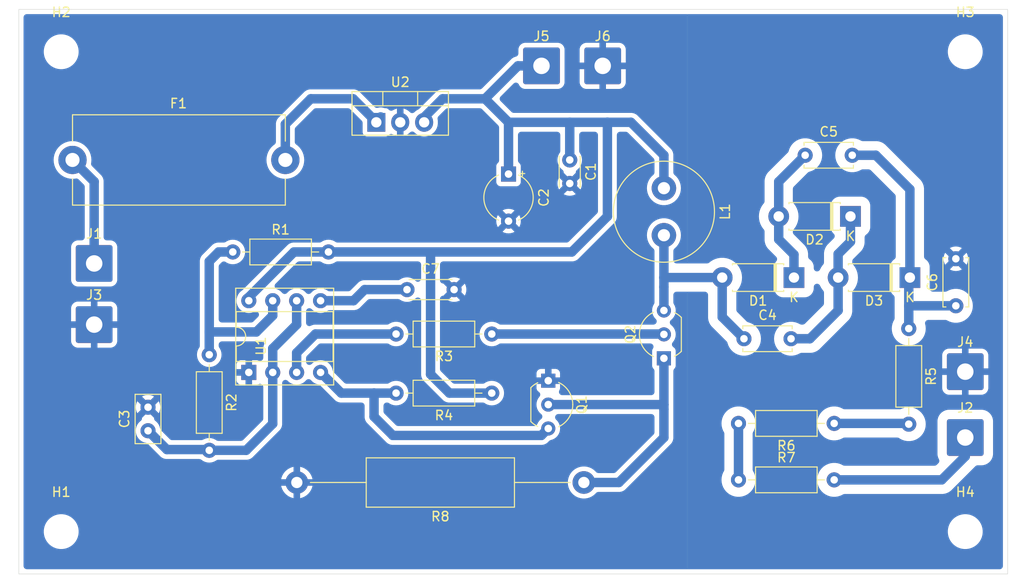
<source format=kicad_pcb>
(kicad_pcb (version 20240108) (generator "pcbnew") (generator_version "8.0")
  (layers (0 "F.Cu" signal) (31 "B.Cu" signal) (34 "B.Paste" user) (35 "F.Paste" user) (36 "B.SilkS" user "B.Silkscreen") (37 "F.SilkS" user "F.Silkscreen") (38 "B.Mask" user) (39 "F.Mask" user) (44 "Edge.Cuts" user))
  (net 0 "")
  (net 1 "GND")
  (net 2 "Net-(J5-Pin_1)")
  (net 3 "Net-(U1-THR)")
  (net 4 "Net-(D1-A)")
  (net 5 "Net-(D2-K)")
  (net 6 "Net-(D3-K)")
  (net 7 "Net-(D1-K)")
  (net 8 "Net-(U1-CV)")
  (net 9 "+5V")
  (net 10 "Net-(U2-IN)")
  (net 11 "Net-(Q1-C)")
  (net 12 "Net-(Q1-B)")
  (net 13 "Net-(Q2-B)")
  (net 14 "Net-(U1-DIS)")
  (net 15 "Net-(U1-Q)")
  (net 16 "Net-(R5-Pad2)")
  (net 17 "Net-(R6-Pad2)")
  (net 18 "Net-(J2-Pin_1)")
  (footprint "Resistor_THT:R_Axial_DIN0207_L6.3mm_D2.5mm_P10.16mm_Horizontal" (layer "F.Cu") (at 54.72 90.2 -90)
    (property "Reference" "R2" (at 5.08 -2.37 90) (layer "F.SilkS"))
    (property "Value" "33k")
    (fp_line (start 1.81 1.37) (end 8.35 1.37) (stroke (width 0.12)) (layer "F.SilkS"))
    (fp_line (start 8.35 1.37) (end 8.35 -1.37) (stroke (width 0.12)) (layer "F.SilkS"))
    (fp_line (start 1.04 0) (end 1.81 0) (stroke (width 0.12)) (layer "F.SilkS"))
    (fp_line (start 9.12 0) (end 8.35 0) (stroke (width 0.12)) (layer "F.SilkS"))
    (fp_line (start 1.81 -1.37) (end 1.81 1.37) (stroke (width 0.12)) (layer "F.SilkS"))
    (fp_line (start 8.35 -1.37) (end 1.81 -1.37) (stroke (width 0.12)) (layer "F.SilkS"))
    (pad "1" thru_hole circle (at 0 0 270) (size 1.6 1.6) (drill 0.8) (layers "*.Cu" "*.Mask") (net 14 "Net-(U1-DIS)"))
    (pad "2" thru_hole oval (at 10.16 0 270) (size 1.6 1.6) (drill 0.8) (layers "*.Cu" "*.Mask") (net 3 "Net-(U1-THR)"))
  )
  (footprint "Capacitor_THT:C_Disc_D5.0mm_W2.5mm_P5.00mm" (layer "F.Cu") (at 118 69)
    (property "Reference" "C5" (at 2.5 -2.5 0) (layer "F.SilkS"))
    (property "Value" "10nF")
    (fp_line (start -0.12 -1.37) (end -0.12 -1.055) (stroke (width 0.12)) (layer "F.SilkS"))
    (fp_line (start -0.12 -1.37) (end 5.12 -1.37) (stroke (width 0.12)) (layer "F.SilkS"))
    (fp_line (start -0.12 1.055) (end -0.12 1.37) (stroke (width 0.12)) (layer "F.SilkS"))
    (fp_line (start -0.12 1.37) (end 5.12 1.37) (stroke (width 0.12)) (layer "F.SilkS"))
    (fp_line (start 5.12 -1.37) (end 5.12 -1.055) (stroke (width 0.12)) (layer "F.SilkS"))
    (fp_line (start 5.12 1.055) (end 5.12 1.37) (stroke (width 0.12)) (layer "F.SilkS"))
    (pad "1" thru_hole circle (at 0 0) (size 1.6 1.6) (drill 0.8) (layers "*.Cu" "*.Mask") (net 7 "Net-(D1-K)"))
    (pad "2" thru_hole circle (at 5 0) (size 1.6 1.6) (drill 0.8) (layers "*.Cu" "*.Mask") (net 6 "Net-(D3-K)"))
  )
  (footprint "Resistor_THT:R_Axial_DIN0207_L6.3mm_D2.5mm_P10.16mm_Horizontal" (layer "F.Cu") (at 57.22 79.28)
    (property "Reference" "R1" (at 5.08 -2.37 0) (layer "F.SilkS"))
    (property "Value" "33k" (hide yes))
    (fp_line (start 1.04 0) (end 1.81 0) (stroke (width 0.12)) (layer "F.SilkS"))
    (fp_line (start 1.81 -1.37) (end 1.81 1.37) (stroke (width 0.12)) (layer "F.SilkS"))
    (fp_line (start 1.81 1.37) (end 8.35 1.37) (stroke (width 0.12)) (layer "F.SilkS"))
    (fp_line (start 8.35 -1.37) (end 1.81 -1.37) (stroke (width 0.12)) (layer "F.SilkS"))
    (fp_line (start 8.35 1.37) (end 8.35 -1.37) (stroke (width 0.12)) (layer "F.SilkS"))
    (fp_line (start 9.12 0) (end 8.35 0) (stroke (width 0.12)) (layer "F.SilkS"))
    (pad "1" thru_hole circle (at 0 0) (size 1.6 1.6) (drill 0.8) (layers "*.Cu" "*.Mask") (net 14 "Net-(U1-DIS)"))
    (pad "2" thru_hole oval (at 10.16 0) (size 1.6 1.6) (drill 0.8) (layers "*.Cu" "*.Mask") (net 2 "Net-(J5-Pin_1)"))
  )
  (footprint "Capacitor_THT:C_Disc_D5.0mm_W2.5mm_P5.00mm" (layer "F.Cu") (at 111.5 88.5)
    (property "Reference" "C4" (at 2.5 -2.5 0) (layer "F.SilkS"))
    (property "Value" "10nF")
    (fp_line (start -0.12 -1.37) (end -0.12 -1.055) (stroke (width 0.12)) (layer "F.SilkS"))
    (fp_line (start -0.12 -1.37) (end 5.12 -1.37) (stroke (width 0.12)) (layer "F.SilkS"))
    (fp_line (start -0.12 1.055) (end -0.12 1.37) (stroke (width 0.12)) (layer "F.SilkS"))
    (fp_line (start -0.12 1.37) (end 5.12 1.37) (stroke (width 0.12)) (layer "F.SilkS"))
    (fp_line (start 5.12 -1.37) (end 5.12 -1.055) (stroke (width 0.12)) (layer "F.SilkS"))
    (fp_line (start 5.12 1.055) (end 5.12 1.37) (stroke (width 0.12)) (layer "F.SilkS"))
    (pad "1" thru_hole circle (at 0 0) (size 1.6 1.6) (drill 0.8) (layers "*.Cu" "*.Mask") (net 4 "Net-(D1-A)"))
    (pad "2" thru_hole circle (at 5 0) (size 1.6 1.6) (drill 0.8) (layers "*.Cu" "*.Mask") (net 5 "Net-(D2-K)"))
  )
  (footprint "Resistor_THT:R_Axial_DIN0207_L6.3mm_D2.5mm_P10.16mm_Horizontal" (layer "F.Cu") (at 84.72 88 180)
    (property "Reference" "R3" (at 5.08 -2.37 0) (layer "F.SilkS"))
    (property "Value" "3k")
    (fp_line (start 9.12 0) (end 8.35 0) (stroke (width 0.12)) (layer "F.SilkS"))
    (fp_line (start 8.35 1.37) (end 8.35 -1.37) (stroke (width 0.12)) (layer "F.SilkS"))
    (fp_line (start 8.35 -1.37) (end 1.81 -1.37) (stroke (width 0.12)) (layer "F.SilkS"))
    (fp_line (start 1.81 1.37) (end 8.35 1.37) (stroke (width 0.12)) (layer "F.SilkS"))
    (fp_line (start 1.81 -1.37) (end 1.81 1.37) (stroke (width 0.12)) (layer "F.SilkS"))
    (fp_line (start 1.04 0) (end 1.81 0) (stroke (width 0.12)) (layer "F.SilkS"))
    (pad "1" thru_hole circle (at 0 0 180) (size 1.6 1.6) (drill 0.8) (layers "*.Cu" "*.Mask") (net 13 "Net-(Q2-B)"))
    (pad "2" thru_hole oval (at 10.16 0 180) (size 1.6 1.6) (drill 0.8) (layers "*.Cu" "*.Mask") (net 15 "Net-(U1-Q)"))
  )
  (footprint "Capacitor_THT:C_Disc_D5.0mm_W2.5mm_P2.50mm" (layer "F.Cu") (at 48.22 98.28 90)
    (property "Reference" "C3" (at 1.25 -2.5 90) (layer "F.SilkS"))
    (property "Value" "1nF")
    (fp_line (start 3.87 -1.37) (end 3.87 1.37) (stroke (width 0.12)) (layer "F.SilkS"))
    (fp_line (start -1.37 -1.37) (end 3.87 -1.37) (stroke (width 0.12)) (layer "F.SilkS"))
    (fp_line (start -1.37 -1.37) (end -1.37 1.37) (stroke (width 0.12)) (layer "F.SilkS"))
    (fp_line (start -1.37 1.37) (end 3.87 1.37) (stroke (width 0.12)) (layer "F.SilkS"))
    (pad "1" thru_hole circle (at 0 0 90) (size 1.6 1.6) (drill 0.8) (layers "*.Cu" "*.Mask") (net 3 "Net-(U1-THR)"))
    (pad "2" thru_hole circle (at 2.5 0 90) (size 1.6 1.6) (drill 0.8) (layers "*.Cu" "*.Mask") (net 1 "GND"))
  )
  (footprint "Diode_THT:D_DO-41_SOD81_P7.62mm_Horizontal" (layer "F.Cu") (at 122.81 75.5 180)
    (property "Reference" "D2" (at 3.81 -2.47 0) (layer "F.SilkS"))
    (property "Value" "1N4937")
    (fp_line (start 6.53 1.47) (end 6.53 1.34) (stroke (width 0.12)) (layer "F.SilkS"))
    (fp_line (start 6.53 -1.47) (end 6.53 -1.34) (stroke (width 0.12)) (layer "F.SilkS"))
    (fp_line (start 2.11 -1.47) (end 2.11 1.47) (stroke (width 0.12)) (layer "F.SilkS"))
    (fp_line (start 1.99 -1.47) (end 1.99 1.47) (stroke (width 0.12)) (layer "F.SilkS"))
    (fp_line (start 1.87 -1.47) (end 1.87 1.47) (stroke (width 0.12)) (layer "F.SilkS"))
    (fp_line (start 1.09 1.47) (end 6.53 1.47) (stroke (width 0.12)) (layer "F.SilkS"))
    (fp_line (start 1.09 1.34) (end 1.09 1.47) (stroke (width 0.12)) (layer "F.SilkS"))
    (fp_line (start 1.09 -1.34) (end 1.09 -1.47) (stroke (width 0.12)) (layer "F.SilkS"))
    (fp_line (start 1.09 -1.47) (end 6.53 -1.47) (stroke (width 0.12)) (layer "F.SilkS"))
    (fp_text user "K" (at 0 -2.1 0) (layer "F.SilkS"))
    (pad "1" thru_hole rect (at 0 0 180) (size 2.2 2.2) (drill 1.1) (layers "*.Cu" "*.Mask") (net 5 "Net-(D2-K)"))
    (pad "2" thru_hole oval (at 7.62 0 180) (size 2.2 2.2) (drill 1.1) (layers "*.Cu" "*.Mask") (net 7 "Net-(D1-K)"))
  )
  (footprint "Resistor_THT:R_Axial_DIN0207_L6.3mm_D2.5mm_P10.16mm_Horizontal" (layer "F.Cu") (at 110.92 103.5)
    (property "Reference" "R7" (at 5.08 -2.37 0) (layer "F.SilkS"))
    (property "Value" "7M5")
    (fp_line (start 1.04 0) (end 1.81 0) (stroke (width 0.12)) (layer "F.SilkS"))
    (fp_line (start 1.81 -1.37) (end 1.81 1.37) (stroke (width 0.12)) (layer "F.SilkS"))
    (fp_line (start 1.81 1.37) (end 8.35 1.37) (stroke (width 0.12)) (layer "F.SilkS"))
    (fp_line (start 8.35 -1.37) (end 1.81 -1.37) (stroke (width 0.12)) (layer "F.SilkS"))
    (fp_line (start 8.35 1.37) (end 8.35 -1.37) (stroke (width 0.12)) (layer "F.SilkS"))
    (fp_line (start 9.12 0) (end 8.35 0) (stroke (width 0.12)) (layer "F.SilkS"))
    (pad "1" thru_hole circle (at 0 0) (size 1.6 1.6) (drill 0.8) (layers "*.Cu" "*.Mask") (net 17 "Net-(R6-Pad2)"))
    (pad "2" thru_hole oval (at 10.16 0) (size 1.6 1.6) (drill 0.8) (layers "*.Cu" "*.Mask") (net 18 "Net-(J2-Pin_1)"))
  )
  (footprint "Resistor_THT:R_Axial_DIN0207_L6.3mm_D2.5mm_P10.16mm_Horizontal" (layer "F.Cu") (at 129 87.42 -90)
    (property "Reference" "R5" (at 5.08 -2.37 90) (layer "F.SilkS"))
    (property "Value" "7M5")
    (fp_line (start 1.81 1.37) (end 8.35 1.37) (stroke (width 0.12)) (layer "F.SilkS"))
    (fp_line (start 8.35 1.37) (end 8.35 -1.37) (stroke (width 0.12)) (layer "F.SilkS"))
    (fp_line (start 1.04 0) (end 1.81 0) (stroke (width 0.12)) (layer "F.SilkS"))
    (fp_line (start 9.12 0) (end 8.35 0) (stroke (width 0.12)) (layer "F.SilkS"))
    (fp_line (start 1.81 -1.37) (end 1.81 1.37) (stroke (width 0.12)) (layer "F.SilkS"))
    (fp_line (start 8.35 -1.37) (end 1.81 -1.37) (stroke (width 0.12)) (layer "F.SilkS"))
    (pad "1" thru_hole circle (at 0 0 270) (size 1.6 1.6) (drill 0.8) (layers "*.Cu" "*.Mask") (net 6 "Net-(D3-K)"))
    (pad "2" thru_hole oval (at 10.16 0 270) (size 1.6 1.6) (drill 0.8) (layers "*.Cu" "*.Mask") (net 16 "Net-(R5-Pad2)"))
  )
  (footprint "Capacitor_THT:C_Disc_D3.0mm_W2.0mm_P2.50mm" (layer "F.Cu") (at 93 69.5 -90)
    (property "Reference" "C1" (at 1.25 -2.25 90) (layer "F.SilkS"))
    (property "Value" "100nF")
    (fp_line (start -0.37 1.12) (end 2.87 1.12) (stroke (width 0.12)) (layer "F.SilkS"))
    (fp_line (start -0.37 1.055) (end -0.37 1.12) (stroke (width 0.12)) (layer "F.SilkS"))
    (fp_line (start 2.87 1.055) (end 2.87 1.12) (stroke (width 0.12)) (layer "F.SilkS"))
    (fp_line (start -0.37 -1.12) (end -0.37 -1.055) (stroke (width 0.12)) (layer "F.SilkS"))
    (fp_line (start -0.37 -1.12) (end 2.87 -1.12) (stroke (width 0.12)) (layer "F.SilkS"))
    (fp_line (start 2.87 -1.12) (end 2.87 -1.055) (stroke (width 0.12)) (layer "F.SilkS"))
    (pad "1" thru_hole circle (at 0 0 270) (size 1.6 1.6) (drill 0.8) (layers "*.Cu" "*.Mask") (net 2 "Net-(J5-Pin_1)"))
    (pad "2" thru_hole circle (at 2.5 0 270) (size 1.6 1.6) (drill 0.8) (layers "*.Cu" "*.Mask") (net 1 "GND"))
  )
  (footprint "Capacitor_THT:C_Disc_D5.0mm_W2.5mm_P5.00mm" (layer "F.Cu") (at 134 85 90)
    (property "Reference" "C6" (at 2.5 -2.5 90) (layer "F.SilkS"))
    (property "Value" "10nF")
    (fp_line (start 5.12 -1.37) (end 5.12 -1.055) (stroke (width 0.12)) (layer "F.SilkS"))
    (fp_line (start -0.12 -1.37) (end 5.12 -1.37) (stroke (width 0.12)) (layer "F.SilkS"))
    (fp_line (start -0.12 -1.37) (end -0.12 -1.055) (stroke (width 0.12)) (layer "F.SilkS"))
    (fp_line (start 5.12 1.055) (end 5.12 1.37) (stroke (width 0.12)) (layer "F.SilkS"))
    (fp_line (start -0.12 1.055) (end -0.12 1.37) (stroke (width 0.12)) (layer "F.SilkS"))
    (fp_line (start -0.12 1.37) (end 5.12 1.37) (stroke (width 0.12)) (layer "F.SilkS"))
    (pad "1" thru_hole circle (at 0 0 90) (size 1.6 1.6) (drill 0.8) (layers "*.Cu" "*.Mask") (net 6 "Net-(D3-K)"))
    (pad "2" thru_hole circle (at 5 0 90) (size 1.6 1.6) (drill 0.8) (layers "*.Cu" "*.Mask") (net 1 "GND"))
  )
  (footprint "Connector_Wire:SolderWire-1sqmm_1x01_D1.4mm_OD3.9mm" (layer "F.Cu") (at 90 59.5)
    (property "Reference" "J5" (at 0 -3.15 0) (layer "F.SilkS"))
    (property "Value" "Conn_01x01_Pin")
    (pad "1" thru_hole roundrect (at 0 0) (size 3.9 3.9) (drill 1.75) (layers "*.Cu" "*.Mask") (roundrect_rratio 0.064103) (net 2 "Net-(J5-Pin_1)"))
  )
  (footprint "Fuse:Fuseholder_Cylinder-5x20mm_Stelvio-Kontek_PTF78_Horizontal_Open" (layer "F.Cu") (at 40.2 69.5)
    (property "Reference" "F1" (at 11.25 -6 0) (layer "F.SilkS"))
    (property "Value" "Fuse")
    (fp_line (start 0 -4.8) (end 22.6 -4.8) (stroke (width 0.12)) (layer "F.SilkS"))
    (fp_line (start 0 -2) (end 0 -4.8) (stroke (width 0.12)) (layer "F.SilkS"))
    (fp_line (start 0 4.8) (end 0 2) (stroke (width 0.12)) (layer "F.SilkS"))
    (fp_line (start 0 4.8) (end 22.6 4.8) (stroke (width 0.12)) (layer "F.SilkS"))
    (fp_line (start 22.6 -2) (end 22.6 -4.8) (stroke (width 0.12)) (layer "F.SilkS"))
    (fp_line (start 22.6 4.8) (end 22.6 2) (stroke (width 0.12)) (layer "F.SilkS"))
    (pad "1" thru_hole circle (at 0 0) (size 3 3) (drill 1.5) (layers "*.Cu" "*.Mask") (net 9 "+5V"))
    (pad "2" thru_hole circle (at 22.6 0) (size 3 3) (drill 1.5) (layers "*.Cu" "*.Mask") (net 10 "Net-(U2-IN)"))
  )
  (footprint "Connector_Wire:SolderWire-1sqmm_1x01_D1.4mm_OD3.9mm" (layer "F.Cu") (at 135 92)
    (property "Reference" "J4" (at 0 -3.15 0) (layer "F.SilkS"))
    (property "Value" "Conn_01x01_Pin")
    (pad "1" thru_hole roundrect (at 0 0) (size 3.9 3.9) (drill 1.75) (layers "*.Cu" "*.Mask") (roundrect_rratio 0.064103) (net 1 "GND"))
  )
  (footprint "Connector_Wire:SolderWire-1sqmm_1x01_D1.4mm_OD3.9mm" (layer "F.Cu") (at 96.5 59.5)
    (property "Reference" "J6" (at 0 -3.15 0) (layer "F.SilkS"))
    (property "Value" "Conn_01x01_Pin")
    (pad "1" thru_hole roundrect (at 0 0) (size 3.9 3.9) (drill 1.75) (layers "*.Cu" "*.Mask") (roundrect_rratio 0.064103) (net 1 "GND"))
  )
  (footprint "Package_DIP:DIP-8_W7.62mm_Socket" (layer "F.Cu") (at 58.92 92.08 90)
    (property "Reference" "U1" (at 2.8 1.3 90) (layer "F.SilkS"))
    (property "Value" "NE555P")
    (fp_line (start 8.95 -1.39) (end -1.33 -1.39) (stroke (width 0.12)) (layer "F.SilkS"))
    (fp_line (start -1.33 -1.39) (end -1.33 9.01) (stroke (width 0.12)) (layer "F.SilkS"))
    (fp_line (start 6.46 -1.33) (end 4.81 -1.33) (stroke (width 0.12)) (layer "F.SilkS"))
    (fp_line (start 2.81 -1.33) (end 1.16 -1.33) (stroke (width 0.12)) (layer "F.SilkS"))
    (fp_line (start 1.16 -1.33) (end 1.16 8.95) (stroke (width 0.12)) (layer "F.SilkS"))
    (fp_line (start 6.46 8.95) (end 6.46 -1.33) (stroke (width 0.12)) (layer "F.SilkS"))
    (fp_line (start 1.16 8.95) (end 6.46 8.95) (stroke (width 0.12)) (layer "F.SilkS"))
    (fp_line (start 8.95 9.01) (end 8.95 -1.39) (stroke (width 0.12)) (layer "F.SilkS"))
    (fp_line (start -1.33 9.01) (end 8.95 9.01) (stroke (width 0.12)) (layer "F.SilkS"))
    (fp_arc (start 4.81 -1.33) (mid 3.81 -0.33) (end 2.81 -1.33) (stroke (width 0.12)) (layer "F.SilkS"))
    (pad "1" thru_hole rect (at 0 0 90) (size 1.6 1.6) (drill 0.8) (layers "*.Cu" "*.Mask") (net 1 "GND"))
    (pad "2" thru_hole oval (at 0 2.54 90) (size 1.6 1.6) (drill 0.8) (layers "*.Cu" "*.Mask") (net 3 "Net-(U1-THR)"))
    (pad "3" thru_hole oval (at 0 5.08 90) (size 1.6 1.6) (drill 0.8) (layers "*.Cu" "*.Mask") (net 15 "Net-(U1-Q)"))
    (pad "4" thru_hole oval (at 0 7.62 90) (size 1.6 1.6) (drill 0.8) (layers "*.Cu" "*.Mask") (net 11 "Net-(Q1-C)"))
    (pad "5" thru_hole oval (at 7.62 7.62 90) (size 1.6 1.6) (drill 0.8) (layers "*.Cu" "*.Mask") (net 8 "Net-(U1-CV)"))
    (pad "6" thru_hole oval (at 7.62 5.08 90) (size 1.6 1.6) (drill 0.8) (layers "*.Cu" "*.Mask") (net 3 "Net-(U1-THR)"))
    (pad "7" thru_hole oval (at 7.62 2.54 90) (size 1.6 1.6) (drill 0.8) (layers "*.Cu" "*.Mask") (net 14 "Net-(U1-DIS)"))
    (pad "8" thru_hole oval (at 7.62 0 90) (size 1.6 1.6) (drill 0.8) (layers "*.Cu" "*.Mask") (net 2 "Net-(J5-Pin_1)"))
  )
  (footprint "Capacitor_THT:C_Disc_D4.3mm_W1.9mm_P5.00mm" (layer "F.Cu") (at 75.72 83.28)
    (property "Reference" "C7" (at 2.5 -2.2 0) (layer "F.SilkS"))
    (property "Value" "100nF")
    (fp_line (start 0.23 -1.07) (end 0.23 -1.055) (stroke (width 0.12)) (layer "F.SilkS"))
    (fp_line (start 0.23 -1.07) (end 4.77 -1.07) (stroke (width 0.12)) (layer "F.SilkS"))
    (fp_line (start 0.23 1.055) (end 0.23 1.07) (stroke (width 0.12)) (layer "F.SilkS"))
    (fp_line (start 0.23 1.07) (end 4.77 1.07) (stroke (width 0.12)) (layer "F.SilkS"))
    (fp_line (start 4.77 -1.07) (end 4.77 -1.055) (stroke (width 0.12)) (layer "F.SilkS"))
    (fp_line (start 4.77 1.055) (end 4.77 1.07) (stroke (width 0.12)) (layer "F.SilkS"))
    (pad "1" thru_hole circle (at 0 0) (size 1.6 1.6) (drill 0.8) (layers "*.Cu" "*.Mask") (net 8 "Net-(U1-CV)"))
    (pad "2" thru_hole circle (at 5 0) (size 1.6 1.6) (drill 0.8) (layers "*.Cu" "*.Mask") (net 1 "GND"))
  )
  (footprint "Connector_Wire:SolderWire-1sqmm_1x01_D1.4mm_OD3.9mm" (layer "F.Cu") (at 42.5 80.5)
    (property "Reference" "J1" (at 0 -3.15 0) (layer "F.SilkS"))
    (property "Value" "Conn_01x01_Pin")
    (pad "1" thru_hole roundrect (at 0 0) (size 3.9 3.9) (drill 1.75) (layers "*.Cu" "*.Mask") (roundrect_rratio 0.064103) (net 9 "+5V"))
  )
  (footprint "Package_TO_SOT_THT:TO-92_Inline_Wide" (layer "F.Cu") (at 90.72 92.96 -90)
    (property "Reference" "Q1" (at 2.54 -3.56 -90) (layer "F.SilkS"))
    (property "Value" "2N3904")
    (fp_line (start 0.74 1.85) (end 4.34 1.85) (stroke (width 0.12)) (layer "F.SilkS"))
    (fp_arc (start 0.74 1.85) (mid 0.446097 1.509328) (end 0.215816 1.122795) (stroke (width 0.12)) (layer "F.SilkS"))
    (fp_arc (start 4.864184 1.122795) (mid 4.633903 1.509328) (end 4.34 1.85) (stroke (width 0.12)) (layer "F.SilkS"))
    (fp_arc (start 0.1836 -1.098807) (mid 1.143021 -2.192817) (end 2.54 -2.6) (stroke (width 0.12)) (layer "F.SilkS"))
    (fp_arc (start 2.54 -2.6) (mid 3.936979 -2.192818) (end 4.8964 -1.098807) (stroke (width 0.12)) (layer "F.SilkS"))
    (pad "1" thru_hole rect (at 0 0 270) (size 1.5 1.5) (drill 0.8) (layers "*.Cu" "*.Mask") (net 1 "GND"))
    (pad "2" thru_hole circle (at 2.54 0 270) (size 1.5 1.5) (drill 0.8) (layers "*.Cu" "*.Mask") (net 12 "Net-(Q1-B)"))
    (pad "3" thru_hole circle (at 5.08 0 270) (size 1.5 1.5) (drill 0.8) (layers "*.Cu" "*.Mask") (net 11 "Net-(Q1-C)"))
  )
  (footprint "Package_TO_SOT_THT:TO-220-3_Vertical" (layer "F.Cu") (at 72.46 65.5)
    (property "Reference" "U2" (at 2.54 -4.27 0) (layer "F.SilkS"))
    (property "Value" "L7805")
    (fp_line (start -2.58 -3.27) (end -2.58 1.371) (stroke (width 0.12)) (layer "F.SilkS"))
    (fp_line (start -2.58 -3.27) (end 7.66 -3.27) (stroke (width 0.12)) (layer "F.SilkS"))
    (fp_line (start -2.58 -1.76) (end 7.66 -1.76) (stroke (width 0.12)) (layer "F.SilkS"))
    (fp_line (start -2.58 1.371) (end 7.66 1.371) (stroke (width 0.12)) (layer "F.SilkS"))
    (fp_line (start 0.69 -3.27) (end 0.69 -1.76) (stroke (width 0.12)) (layer "F.SilkS"))
    (fp_line (start 4.391 -3.27) (end 4.391 -1.76) (stroke (width 0.12)) (layer "F.SilkS"))
    (fp_line (start 7.66 -3.27) (end 7.66 1.371) (stroke (width 0.12)) (layer "F.SilkS"))
    (pad "1" thru_hole rect (at 0 0) (size 1.905 2) (drill 1.1) (layers "*.Cu" "*.Mask") (net 10 "Net-(U2-IN)"))
    (pad "2" thru_hole oval (at 2.54 0) (size 1.905 2) (drill 1.1) (layers "*.Cu" "*.Mask") (net 1 "GND"))
    (pad "3" thru_hole oval (at 5.08 0) (size 1.905 2) (drill 1.1) (layers "*.Cu" "*.Mask") (net 2 "Net-(J5-Pin_1)"))
  )
  (footprint "MountingHole:MountingHole_3.2mm_M3" (layer "F.Cu") (at 135 109)
    (property "Reference" "H4" (at 0 -4.2 0) (layer "F.SilkS"))
    (property "Value" "MountingHole")
    (pad "" np_thru_hole circle (at 0 0) (size 3.2 3.2) (drill 3.2) (layers "*.Cu" "*.Mask"))
  )
  (footprint "MountingHole:MountingHole_3.2mm_M3" (layer "F.Cu") (at 39 109)
    (property "Reference" "H1" (at 0 -4.2 0) (layer "F.SilkS"))
    (property "Value" "MountingHole")
    (pad "" np_thru_hole circle (at 0 0) (size 3.2 3.2) (drill 3.2) (layers "*.Cu" "*.Mask"))
  )
  (footprint "Inductor_THT:L_Radial_D10.5mm_P5.00mm_Abacron_AISR-01" (layer "F.Cu") (at 103 72.5 -90)
    (property "Reference" "L1" (at 2.5 -6.5 -90) (layer "F.SilkS"))
    (property "Value" "10mH")
    (fp_circle (center 2.5 0) (end 7.87 0) (stroke (width 0.12)) (fill none) (layer "F.SilkS"))
    (pad "1" thru_hole circle (at 0 0 270) (size 2.6 2.6) (drill 1.3) (layers "*.Cu" "*.Mask") (net 2 "Net-(J5-Pin_1)"))
    (pad "2" thru_hole circle (at 5 0 270) (size 2.6 2.6) (drill 1.3) (layers "*.Cu" "*.Mask") (net 4 "Net-(D1-A)"))
  )
  (footprint "MountingHole:MountingHole_3.2mm_M3" (layer "F.Cu") (at 135 58)
    (property "Reference" "H3" (at 0 -4.2 0) (layer "F.SilkS"))
    (property "Value" "MountingHole")
    (pad "" np_thru_hole circle (at 0 0) (size 3.2 3.2) (drill 3.2) (layers "*.Cu" "*.Mask"))
  )
  (footprint "Connector_Wire:SolderWire-1sqmm_1x01_D1.4mm_OD3.9mm" (layer "F.Cu") (at 42.5 87)
    (property "Reference" "J3" (at 0 -3.15 0) (layer "F.SilkS"))
    (property "Value" "Conn_01x01_Pin")
    (pad "1" thru_hole roundrect (at 0 0) (size 3.9 3.9) (drill 1.75) (layers "*.Cu" "*.Mask") (roundrect_rratio 0.064103) (net 1 "GND"))
  )
  (footprint "Resistor_THT:R_Axial_DIN0207_L6.3mm_D2.5mm_P10.16mm_Horizontal" (layer "F.Cu") (at 84.72 94.28 180)
    (property "Reference" "R4" (at 5.08 -2.37 0) (layer "F.SilkS"))
    (property "Value" "100k")
    (fp_line (start 9.12 0) (end 8.35 0) (stroke (width 0.12)) (layer "F.SilkS"))
    (fp_line (start 8.35 1.37) (end 8.35 -1.37) (stroke (width 0.12)) (layer "F.SilkS"))
    (fp_line (start 8.35 -1.37) (end 1.81 -1.37) (stroke (width 0.12)) (layer "F.SilkS"))
    (fp_line (start 1.81 1.37) (end 8.35 1.37) (stroke (width 0.12)) (layer "F.SilkS"))
    (fp_line (start 1.81 -1.37) (end 1.81 1.37) (stroke (width 0.12)) (layer "F.SilkS"))
    (fp_line (start 1.04 0) (end 1.81 0) (stroke (width 0.12)) (layer "F.SilkS"))
    (pad "1" thru_hole circle (at 0 0 180) (size 1.6 1.6) (drill 0.8) (layers "*.Cu" "*.Mask") (net 2 "Net-(J5-Pin_1)"))
    (pad "2" thru_hole oval (at 10.16 0 180) (size 1.6 1.6) (drill 0.8) (layers "*.Cu" "*.Mask") (net 11 "Net-(Q1-C)"))
  )
  (footprint "Diode_THT:D_DO-41_SOD81_P7.62mm_Horizontal" (layer "F.Cu") (at 116.81 82 180)
    (property "Reference" "D1" (at 3.81 -2.47 0) (layer "F.SilkS"))
    (property "Value" "1N4937")
    (fp_line (start 6.53 1.47) (end 6.53 1.34) (stroke (width 0.12)) (layer "F.SilkS"))
    (fp_line (start 6.53 -1.47) (end 6.53 -1.34) (stroke (width 0.12)) (layer "F.SilkS"))
    (fp_line (start 2.11 -1.47) (end 2.11 1.47) (stroke (width 0.12)) (layer "F.SilkS"))
    (fp_line (start 1.99 -1.47) (end 1.99 1.47) (stroke (width 0.12)) (layer "F.SilkS"))
    (fp_line (start 1.87 -1.47) (end 1.87 1.47) (stroke (width 0.12)) (layer "F.SilkS"))
    (fp_line (start 1.09 1.47) (end 6.53 1.47) (stroke (width 0.12)) (layer "F.SilkS"))
    (fp_line (start 1.09 1.34) (end 1.09 1.47) (stroke (width 0.12)) (layer "F.SilkS"))
    (fp_line (start 1.09 -1.34) (end 1.09 -1.47) (stroke (width 0.12)) (layer "F.SilkS"))
    (fp_line (start 1.09 -1.47) (end 6.53 -1.47) (stroke (width 0.12)) (layer "F.SilkS"))
    (fp_text user "K" (at 0 -2.1 0) (layer "F.SilkS"))
    (pad "1" thru_hole rect (at 0 0 180) (size 2.2 2.2) (drill 1.1) (layers "*.Cu" "*.Mask") (net 7 "Net-(D1-K)"))
    (pad "2" thru_hole oval (at 7.62 0 180) (size 2.2 2.2) (drill 1.1) (layers "*.Cu" "*.Mask") (net 4 "Net-(D1-A)"))
  )
  (footprint "MountingHole:MountingHole_3.2mm_M3" (layer "F.Cu") (at 39 58)
    (property "Reference" "H2" (at 0 -4.2 0) (layer "F.SilkS"))
    (property "Value" "MountingHole")
    (pad "" np_thru_hole circle (at 0 0) (size 3.2 3.2) (drill 3.2) (layers "*.Cu" "*.Mask"))
  )
  (footprint "Diode_THT:D_DO-41_SOD81_P7.62mm_Horizontal" (layer "F.Cu") (at 129.12 82 180)
    (property "Reference" "D3" (at 3.81 -2.47 0) (layer "F.SilkS"))
    (property "Value" "1N4937")
    (fp_line (start 6.53 1.47) (end 6.53 1.34) (stroke (width 0.12)) (layer "F.SilkS"))
    (fp_line (start 6.53 -1.47) (end 6.53 -1.34) (stroke (width 0.12)) (layer "F.SilkS"))
    (fp_line (start 2.11 -1.47) (end 2.11 1.47) (stroke (width 0.12)) (layer "F.SilkS"))
    (fp_line (start 1.99 -1.47) (end 1.99 1.47) (stroke (width 0.12)) (layer "F.SilkS"))
    (fp_line (start 1.87 -1.47) (end 1.87 1.47) (stroke (width 0.12)) (layer "F.SilkS"))
    (fp_line (start 1.09 1.47) (end 6.53 1.47) (stroke (width 0.12)) (layer "F.SilkS"))
    (fp_line (start 1.09 1.34) (end 1.09 1.47) (stroke (width 0.12)) (layer "F.SilkS"))
    (fp_line (start 1.09 -1.34) (end 1.09 -1.47) (stroke (width 0.12)) (layer "F.SilkS"))
    (fp_line (start 1.09 -1.47) (end 6.53 -1.47) (stroke (width 0.12)) (layer "F.SilkS"))
    (fp_text user "K" (at 0 -2.1 0) (layer "F.SilkS"))
    (pad "1" thru_hole rect (at 0 0 180) (size 2.2 2.2) (drill 1.1) (layers "*.Cu" "*.Mask") (net 6 "Net-(D3-K)"))
    (pad "2" thru_hole oval (at 7.62 0 180) (size 2.2 2.2) (drill 1.1) (layers "*.Cu" "*.Mask") (net 5 "Net-(D2-K)"))
  )
  (footprint "Connector_Wire:SolderWire-1sqmm_1x01_D1.4mm_OD3.9mm" (layer "F.Cu") (at 135 99)
    (property "Reference" "J2" (at 0 -3.15 0) (layer "F.SilkS"))
    (property "Value" "Conn_01x01_Pin")
    (pad "1" thru_hole roundrect (at 0 0) (size 3.9 3.9) (drill 1.75) (layers "*.Cu" "*.Mask") (roundrect_rratio 0.064103) (net 18 "Net-(J2-Pin_1)"))
  )
  (footprint "Package_TO_SOT_THT:TO-92_Inline_Wide" (layer "F.Cu") (at 103 90.58 90)
    (property "Reference" "Q2" (at 2.54 -3.56 90) (layer "F.SilkS"))
    (property "Value" "MPSA42")
    (fp_line (start 0.74 1.85) (end 4.34 1.85) (stroke (width 0.12)) (layer "F.SilkS"))
    (fp_arc (start 2.54 -2.6) (mid 3.936979 -2.192818) (end 4.8964 -1.098807) (stroke (width 0.12)) (layer "F.SilkS"))
    (fp_arc (start 0.1836 -1.098807) (mid 1.143021 -2.192817) (end 2.54 -2.6) (stroke (width 0.12)) (layer "F.SilkS"))
    (fp_arc (start 4.864184 1.122795) (mid 4.633903 1.509328) (end 4.34 1.85) (stroke (width 0.12)) (layer "F.SilkS"))
    (fp_arc (start 0.74 1.85) (mid 0.446097 1.509328) (end 0.215816 1.122795) (stroke (width 0.12)) (layer "F.SilkS"))
    (pad "1" thru_hole rect (at 0 0 90) (size 1.5 1.5) (drill 0.8) (layers "*.Cu" "*.Mask") (net 12 "Net-(Q1-B)"))
    (pad "2" thru_hole circle (at 2.54 0 90) (size 1.5 1.5) (drill 0.8) (layers "*.Cu" "*.Mask") (net 13 "Net-(Q2-B)"))
    (pad "3" thru_hole circle (at 5.08 0 90) (size 1.5 1.5) (drill 0.8) (layers "*.Cu" "*.Mask") (net 4 "Net-(D1-A)"))
  )
  (footprint "Resistor_THT:R_Axial_DIN0516_L15.5mm_D5.0mm_P30.48mm_Horizontal" (layer "F.Cu") (at 94.5 103.78 180)
    (property "Reference" "R8" (at 15.24 -3.62 0) (layer "F.SilkS"))
    (property "Value" "100R")
    (fp_line (start 29.04 0) (end 23.11 0) (stroke (width 0.12)) (layer "F.SilkS"))
    (fp_line (start 23.11 2.62) (end 23.11 -2.62) (stroke (width 0.12)) (layer "F.SilkS"))
    (fp_line (start 23.11 -2.62) (end 7.37 -2.62) (stroke (width 0.12)) (layer "F.SilkS"))
    (fp_line (start 7.37 2.62) (end 23.11 2.62) (stroke (width 0.12)) (layer "F.SilkS"))
    (fp_line (start 7.37 -2.62) (end 7.37 2.62) (stroke (width 0.12)) (layer "F.SilkS"))
    (fp_line (start 1.44 0) (end 7.37 0) (stroke (width 0.12)) (layer "F.SilkS"))
    (pad "1" thru_hole circle (at 0 0 180) (size 2.4 2.4) (drill 1.2) (layers "*.Cu" "*.Mask") (net 12 "Net-(Q1-B)"))
    (pad "2" thru_hole oval (at 30.48 0 180) (size 2.4 2.4) (drill 1.2) (layers "*.Cu" "*.Mask") (net 1 "GND"))
  )
  (footprint "Capacitor_THT:CP_Radial_Tantal_D5.0mm_P5.00mm" (layer "F.Cu") (at 86.5 71 -90)
    (property "Reference" "C2" (at 2.5 -3.75 90) (layer "F.SilkS"))
    (property "Value" "100uF")
    (fp_line (start -0.304775 -1.475) (end 0.195225 -1.475) (stroke (width 0.12)) (layer "F.SilkS"))
    (fp_line (start -0.054775 -1.725) (end -0.054775 -1.225) (stroke (width 0.12)) (layer "F.SilkS"))
    (fp_arc (start 4.895997 1.06) (mid 2.5 2.62) (end 0.104003 1.06) (stroke (width 0.12)) (layer "F.SilkS"))
    (fp_arc (start 0.104003 -1.06) (mid 2.5 -2.62) (end 4.895997 -1.06) (stroke (width 0.12)) (layer "F.SilkS"))
    (pad "1" thru_hole rect (at 0 0 270) (size 1.6 1.6) (drill 0.8) (layers "*.Cu" "*.Mask") (net 2 "Net-(J5-Pin_1)"))
    (pad "2" thru_hole circle (at 5 0 270) (size 1.6 1.6) (drill 0.8) (layers "*.Cu" "*.Mask") (net 1 "GND"))
  )
  (footprint "Resistor_THT:R_Axial_DIN0207_L6.3mm_D2.5mm_P10.16mm_Horizontal" (layer "F.Cu") (at 121.08 97.5 180)
    (property "Reference" "R6" (at 5.08 -2.37 0) (layer "F.SilkS"))
    (property "Value" "7M5")
    (fp_line (start 9.12 0) (end 8.35 0) (stroke (width 0.12)) (layer "F.SilkS"))
    (fp_line (start 8.35 1.37) (end 8.35 -1.37) (stroke (width 0.12)) (layer "F.SilkS"))
    (fp_line (start 8.35 -1.37) (end 1.81 -1.37) (stroke (width 0.12)) (layer "F.SilkS"))
    (fp_line (start 1.81 1.37) (end 8.35 1.37) (stroke (width 0.12)) (layer "F.SilkS"))
    (fp_line (start 1.81 -1.37) (end 1.81 1.37) (stroke (width 0.12)) (layer "F.SilkS"))
    (fp_line (start 1.04 0) (end 1.81 0) (stroke (width 0.12)) (layer "F.SilkS"))
    (pad "1" thru_hole circle (at 0 0 180) (size 1.6 1.6) (drill 0.8) (layers "*.Cu" "*.Mask") (net 16 "Net-(R5-Pad2)"))
    (pad "2" thru_hole oval (at 10.16 0 180) (size 1.6 1.6) (drill 0.8) (layers "*.Cu" "*.Mask") (net 17 "Net-(R6-Pad2)"))
  )
  (gr_rect (start 34.5 53.5) (end 139.5 113.5) (stroke (width 0.05)) (fill none) (layer "Edge.Cuts"))
  (segment (start 80.22 94.28) (end 78.22 92.28) (width 1) (layer "B.Cu") (net 2))
  (segment (start 86.5 71) (end 86.5 65.5) (width 1) (layer "B.Cu") (net 2))
  (segment (start 84.72 94.28) (end 80.22 94.28) (width 1) (layer "B.Cu") (net 2))
  (segment (start 84 63) (end 87.5 59.5) (width 1) (layer "B.Cu") (net 2))
  (segment (start 77.54 64.96) (end 79.5 63) (width 1) (layer "B.Cu") (net 2))
  (segment (start 63.72 79.28) (end 58.92 84.08) (width 1) (layer "B.Cu") (net 2))
  (segment (start 84 63) (end 86.5 65.5) (width 1) (layer "B.Cu") (net 2))
  (segment (start 97 65.5) (end 99.5 65.5) (width 1) (layer "B.Cu") (net 2))
  (segment (start 93 69.5) (end 93 65.5) (width 1) (layer "B.Cu") (net 2))
  (segment (start 87.5 59.5) (end 90 59.5) (width 1) (layer "B.Cu") (net 2))
  (segment (start 78.22 92.28) (end 78.22 79.28) (width 1) (layer "B.Cu") (net 2))
  (segment (start 97 75.5) (end 97 65.5) (width 1) (layer "B.Cu") (net 2))
  (segment (start 93.22 79.28) (end 97 75.5) (width 1) (layer "B.Cu") (net 2))
  (segment (start 99.5 65.5) (end 103 69) (width 1) (layer "B.Cu") (net 2))
  (segment (start 67.38 79.28) (end 93.22 79.28) (width 1) (layer "B.Cu") (net 2))
  (segment (start 103 69) (end 103 72.5) (width 1) (layer "B.Cu") (net 2))
  (segment (start 77.54 65.5) (end 77.54 64.96) (width 1) (layer "B.Cu") (net 2))
  (segment (start 67.38 79.28) (end 63.72 79.28) (width 1) (layer "B.Cu") (net 2))
  (segment (start 86.5 65.5) (end 97 65.5) (width 1) (layer "B.Cu") (net 2))
  (segment (start 79.5 63) (end 84 63) (width 1) (layer "B.Cu") (net 2))
  (segment (start 58.92 84.08) (end 58.92 84.46) (width 1) (layer "B.Cu") (net 2))
  (segment (start 54.72 100.36) (end 54.64 100.28) (width 1) (layer "B.Cu") (net 3))
  (segment (start 64 87) (end 64 84.46) (width 1) (layer "B.Cu") (net 3))
  (segment (start 54.64 100.28) (end 50.22 100.28) (width 1) (layer "B.Cu") (net 3))
  (segment (start 61.46 89.54) (end 64 87) (width 1) (layer "B.Cu") (net 3))
  (segment (start 61.46 97.54) (end 61.46 92.08) (width 1) (layer "B.Cu") (net 3))
  (segment (start 58.64 100.36) (end 61.46 97.54) (width 1) (layer "B.Cu") (net 3))
  (segment (start 54.72 100.36) (end 58.64 100.36) (width 1) (layer "B.Cu") (net 3))
  (segment (start 61.46 92.08) (end 61.46 89.54) (width 1) (layer "B.Cu") (net 3))
  (segment (start 50.22 100.28) (end 48.22 98.28) (width 1) (layer "B.Cu") (net 3))
  (segment (start 103 85.5) (end 103 83) (width 1) (layer "B.Cu") (net 4))
  (segment (start 109.19 82) (end 109.19 86.19) (width 1) (layer "B.Cu") (net 4))
  (segment (start 109.19 86.19) (end 111.5 88.5) (width 1) (layer "B.Cu") (net 4))
  (segment (start 109.19 82) (end 103 82) (width 1) (layer "B.Cu") (net 4))
  (segment (start 103 83) (end 103 82) (width 1) (layer "B.Cu") (net 4))
  (segment (start 103 82) (end 103 77.5) (width 1) (layer "B.Cu") (net 4))
  (segment (start 121.5 85.5) (end 121.5 82) (width 1) (layer "B.Cu") (net 5))
  (segment (start 121.5 79.5) (end 122.81 78.19) (width 1) (layer "B.Cu") (net 5))
  (segment (start 116.5 88.5) (end 118.5 88.5) (width 1) (layer "B.Cu") (net 5))
  (segment (start 118.5 88.5) (end 121.5 85.5) (width 1) (layer "B.Cu") (net 5))
  (segment (start 121.5 82) (end 121.5 79.5) (width 1) (layer "B.Cu") (net 5))
  (segment (start 122.81 78.19) (end 122.81 75.5) (width 1) (layer "B.Cu") (net 5))
  (segment (start 123 69) (end 125.5 69) (width 1) (layer "B.Cu") (net 6))
  (segment (start 129 82.12) (end 129.12 82) (width 1) (layer "B.Cu") (net 6))
  (segment (start 129 87.42) (end 129 85) (width 1) (layer "B.Cu") (net 6))
  (segment (start 134 85) (end 129 85) (width 1) (layer "B.Cu") (net 6))
  (segment (start 129 85) (end 129 82.12) (width 1) (layer "B.Cu") (net 6))
  (segment (start 125.5 69) (end 129.12 72.62) (width 1) (layer "B.Cu") (net 6))
  (segment (start 129.12 72.62) (end 129.12 82) (width 1) (layer "B.Cu") (net 6))
  (segment (start 115.19 77.94) (end 115.19 75.5) (width 1) (layer "B.Cu") (net 7))
  (segment (start 116.81 82) (end 116.81 79.56) (width 1) (layer "B.Cu") (net 7))
  (segment (start 115.19 75.5) (end 115.19 71.81) (width 1) (layer "B.Cu") (net 7))
  (segment (start 115.19 71.81) (end 118 69) (width 1) (layer "B.Cu") (net 7))
  (segment (start 116.81 79.56) (end 115.19 77.94) (width 1) (layer "B.Cu") (net 7))
  (segment (start 70.04 84.46) (end 71.22 83.28) (width 1) (layer "B.Cu") (net 8))
  (segment (start 71.22 83.28) (end 75.72 83.28) (width 1) (layer "B.Cu") (net 8))
  (segment (start 66.54 84.46) (end 70.04 84.46) (width 1) (layer "B.Cu") (net 8))
  (segment (start 42.5 71.8) (end 42.5 80.5) (width 1) (layer "B.Cu") (net 9))
  (segment (start 40.2 69.5) (end 42.5 71.8) (width 1) (layer "B.Cu") (net 9))
  (segment (start 70 63) (end 65.5 63) (width 1) (layer "B.Cu") (net 10))
  (segment (start 72.46 65.5) (end 72.46 65.46) (width 1) (layer "B.Cu") (net 10))
  (segment (start 72.92 65.5) (end 72.92 64.92) (width 1) (layer "B.Cu") (net 10))
  (segment (start 62.8 65.7) (end 62.8 69.5) (width 1) (layer "B.Cu") (net 10))
  (segment (start 72.46 65.46) (end 70 63) (width 1) (layer "B.Cu") (net 10))
  (segment (start 65.5 63) (end 62.8 65.7) (width 1) (layer "B.Cu") (net 10))
  (segment (start 74.22 98.78) (end 89.98 98.78) (width 1) (layer "B.Cu") (net 11))
  (segment (start 89.98 98.78) (end 90.72 98.04) (width 1) (layer "B.Cu") (net 11))
  (segment (start 72.22 96.78) (end 74.22 98.78) (width 1) (layer "B.Cu") (net 11))
  (segment (start 74.56 94.28) (end 72.22 94.28) (width 1) (layer "B.Cu") (net 11))
  (segment (start 72.22 94.28) (end 72.22 96.78) (width 1) (layer "B.Cu") (net 11))
  (segment (start 68.74 94.28) (end 66.54 92.08) (width 1) (layer "B.Cu") (net 11))
  (segment (start 72.22 94.28) (end 68.74 94.28) (width 1) (layer "B.Cu") (net 11))
  (segment (start 94.5 103.78) (end 98.22 103.78) (width 1) (layer "B.Cu") (net 12))
  (segment (start 103 95.5) (end 103 90.58) (width 1) (layer "B.Cu") (net 12))
  (segment (start 90.72 95.5) (end 103 95.5) (width 1) (layer "B.Cu") (net 12))
  (segment (start 103 99) (end 103 96) (width 1) (layer "B.Cu") (net 12))
  (segment (start 103 96) (end 103 95.5) (width 1) (layer "B.Cu") (net 12))
  (segment (start 98.22 103.78) (end 103 99) (width 1) (layer "B.Cu") (net 12))
  (segment (start 102.96 88) (end 103 88.04) (width 1) (layer "B.Cu") (net 13))
  (segment (start 84.72 88) (end 102.96 88) (width 1) (layer "B.Cu") (net 13))
  (segment (start 54.72 90.2) (end 54.72 87.78) (width 1) (layer "B.Cu") (net 14))
  (segment (start 54.72 87.78) (end 59.72 87.78) (width 1) (layer "B.Cu") (net 14))
  (segment (start 55.72 79.28) (end 57.22 79.28) (width 1) (layer "B.Cu") (net 14))
  (segment (start 61.46 86.04) (end 61.46 84.46) (width 1) (layer "B.Cu") (net 14))
  (segment (start 54.72 87.78) (end 54.72 80.28) (width 1) (layer "B.Cu") (net 14))
  (segment (start 59.72 87.78) (end 61.46 86.04) (width 1) (layer "B.Cu") (net 14))
  (segment (start 54.72 80.28) (end 55.72 79.28) (width 1) (layer "B.Cu") (net 14))
  (segment (start 64 92.08) (end 64 90) (width 1) (layer "B.Cu") (net 15))
  (segment (start 66 88) (end 74.56 88) (width 1) (layer "B.Cu") (net 15))
  (segment (start 64 90) (end 66 88) (width 1) (layer "B.Cu") (net 15))
  (segment (start 121.08 97.5) (end 128.92 97.5) (width 1) (layer "B.Cu") (net 16))
  (segment (start 128.92 97.5) (end 129 97.58) (width 1) (layer "B.Cu") (net 16))
  (segment (start 110.92 103.5) (end 110.92 97.5) (width 1) (layer "B.Cu") (net 17))
  (segment (start 132.5 103.5) (end 135 101) (width 1) (layer "B.Cu") (net 18))
  (segment (start 135 101) (end 135 99) (width 1) (layer "B.Cu") (net 18))
  (segment (start 121.08 103.5) (end 132.5 103.5) (width 1) (layer "B.Cu") (net 18))
  (zone (net 1) (net_name "GND") (layer "B.Cu") (priority 1) (connect_pads (clearance 1)) (min_thickness 0.7) (fill yes (thermal_gap 0.5) (thermal_bridge_width 0.7) (island_removal_mode 1) (island_area_min 10))
    (polygon (pts (xy 105.5 114.5) (xy 105.5 52.5) (xy 141 52.5) (xy 141 114.5)))
  )
  (zone (net 1) (net_name "GND") (layer "B.Cu") (connect_pads (clearance 0.5)) (min_thickness 0.7) (fill yes (thermal_gap 0.5) (thermal_bridge_width 0.7) (island_removal_mode 1) (island_area_min 10))
    (polygon (pts (xy 105.5 114.5) (xy 105.5 83.5) (xy 103 83.5) (xy 103 80.5) (xy 105.5 80.5) (xy 105.5 52.5) (xy 32.5 52.5) (xy 32.5 114.5)))
  )
)
</source>
